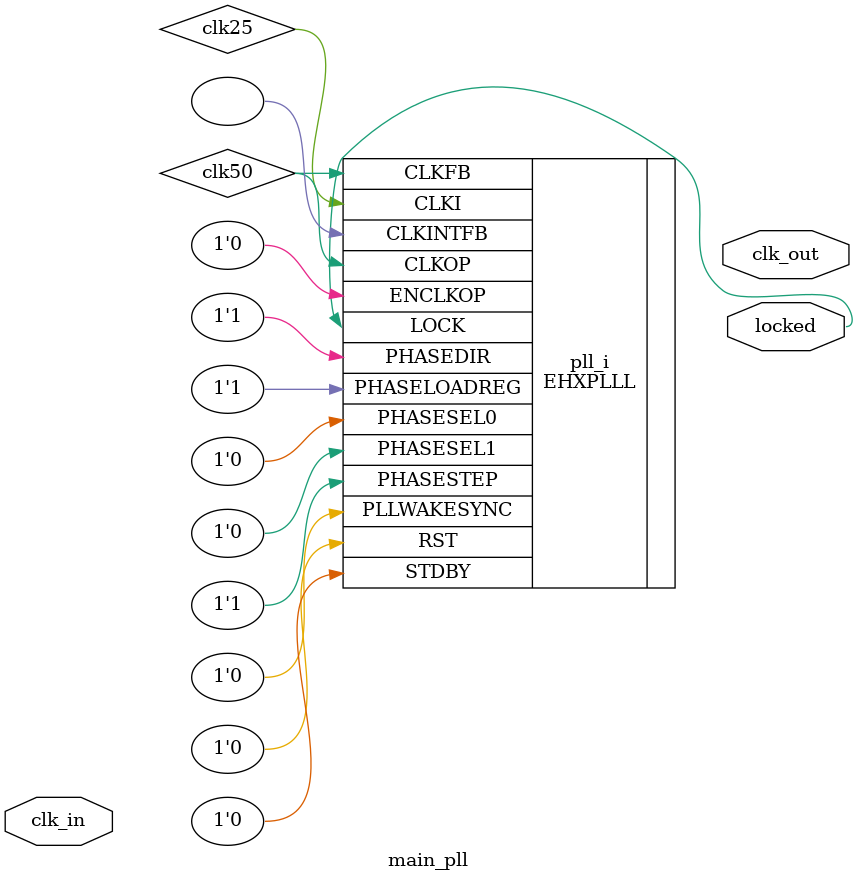
<source format=v>
module main_pll
(
    input clk_in, // 25 MHz, 0 deg
    output clk_out, // 50 MHz, 0 deg
    output locked
);
(* FREQUENCY_PIN_CLKI="25" *)
(* FREQUENCY_PIN_CLKOP="50" *)
(* ICP_CURRENT="12" *) (* LPF_RESISTOR="8" *) (* MFG_ENABLE_FILTEROPAMP="1" *) (* MFG_GMCREF_SEL="2" *)
EHXPLLL #(
        .PLLRST_ENA("DISABLED"),
        .INTFB_WAKE("DISABLED"),
        .STDBY_ENABLE("DISABLED"),
        .DPHASE_SOURCE("DISABLED"),
        .OUTDIVIDER_MUXA("DIVA"),
        .OUTDIVIDER_MUXB("DIVB"),
        .OUTDIVIDER_MUXC("DIVC"),
        .OUTDIVIDER_MUXD("DIVD"),
        .CLKI_DIV(1),
        .CLKOP_ENABLE("ENABLED"),
        .CLKOP_DIV(12),
        .CLKOP_CPHASE(5),
        .CLKOP_FPHASE(0),
        .FEEDBK_PATH("CLKOP"),
        .CLKFB_DIV(2)
    ) pll_i (
        .RST(1'b0),
        .STDBY(1'b0),
        .CLKI(clk25),
        .CLKOP(clk50),
        .CLKFB(clk50),
        .CLKINTFB(),
        .PHASESEL0(1'b0),
        .PHASESEL1(1'b0),
        .PHASEDIR(1'b1),
        .PHASESTEP(1'b1),
        .PHASELOADREG(1'b1),
        .PLLWAKESYNC(1'b0),
        .ENCLKOP(1'b0),
        .LOCK(locked)
	);
endmodule

</source>
